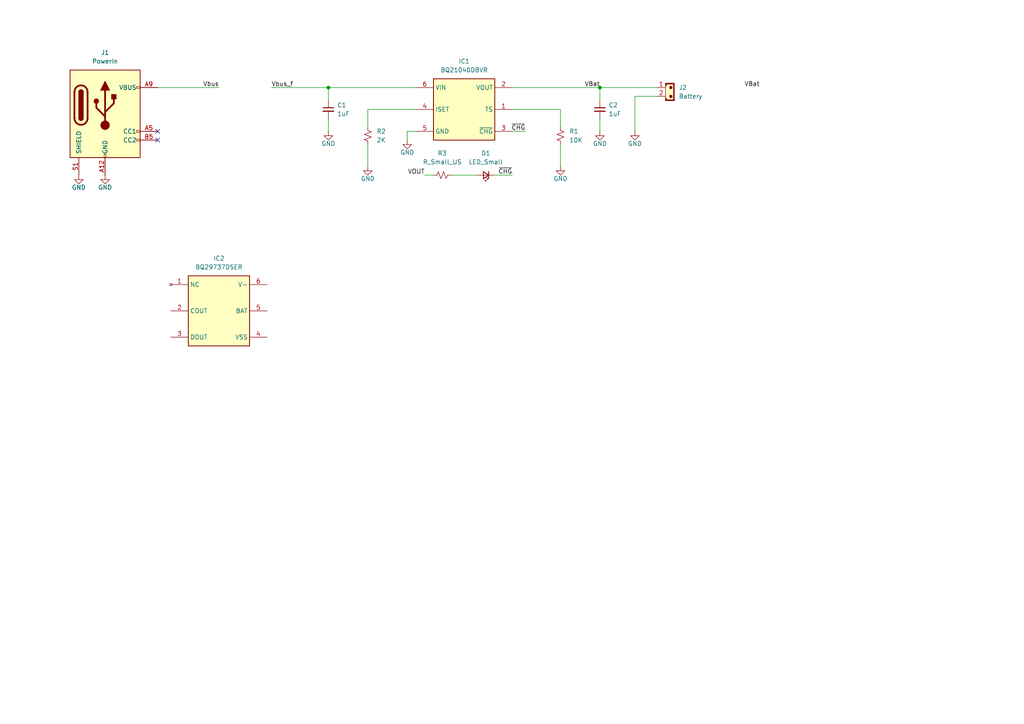
<source format=kicad_sch>
(kicad_sch (version 20250114) (generator "eeschema") (generator_version "9.0")
  (paper "A4")
  (lib_symbols
    (symbol "Connector:USB_C_Receptacle_PowerOnly_6P" (pin_names (offset 1.016))
      (property "Reference" "J" (at 0 16.51 0))
      (property "Value" "USB_C_Receptacle_PowerOnly_6P" (at 0 13.97 0))
      (symbol "USB_C_Receptacle_PowerOnly_6P_0_0"
        (rectangle (start -0.254 -12.7) (end 0.254 -11.684))
        (rectangle (start 10.16 7.874) (end 9.144 7.366))
        (rectangle (start 10.16 -4.826) (end 9.144 -5.334))
        (rectangle (start 10.16 -7.366) (end 9.144 -7.874))
      )
      (symbol "USB_C_Receptacle_PowerOnly_6P_0_1"
        (rectangle (start -10.16 12.7) (end 10.16 -12.7) (stroke (width 0.254)) (fill (type background)))
        (polyline (pts (xy -8.89 -1.27) (xy -8.89 6.35)) (stroke (width 0.508)))
        (rectangle (start -7.62 -1.27) (end -6.35 6.35) (stroke (width 0.254)) (fill (type outline)))
        (arc (start -7.62 6.35) (mid -6.985 6.9823) (end -6.35 6.35) (stroke (width 0.254)))
        (arc (start -7.62 6.35) (mid -6.985 6.9823) (end -6.35 6.35) (stroke (width 0.254)) (fill (type outline)))
        (arc (start -8.89 6.35) (mid -6.985 8.2467) (end -5.08 6.35) (stroke (width 0.508)))
        (arc (start -5.08 -1.27) (mid -6.985 -3.1667) (end -8.89 -1.27) (stroke (width 0.508)))
        (arc (start -6.35 -1.27) (mid -6.985 -1.9023) (end -7.62 -1.27) (stroke (width 0.254)))
        (arc (start -6.35 -1.27) (mid -6.985 -1.9023) (end -7.62 -1.27) (stroke (width 0.254)) (fill (type outline)))
        (polyline (pts (xy -5.08 6.35) (xy -5.08 -1.27)) (stroke (width 0.508)))
        (circle (center -2.54 3.683) (radius 0.635) (stroke (width 0.254)) (fill (type outline)))
        (polyline (pts (xy -1.27 6.858) (xy 0 9.398) (xy 1.27 6.858) (xy -1.27 6.858)) (stroke (width 0.254)) (fill (type outline)))
        (polyline (pts (xy 0 0.508) (xy 2.54 3.048) (xy 2.54 4.318)) (stroke (width 0.508)))
        (polyline (pts (xy 0 -0.762) (xy -2.54 1.778) (xy -2.54 3.048)) (stroke (width 0.508)))
        (polyline (pts (xy 0 -3.302) (xy 0 6.858)) (stroke (width 0.508)))
        (circle (center 0 -3.302) (radius 1.27) (fill (type outline)))
        (rectangle (start 1.905 4.318) (end 3.175 5.588) (stroke (width 0.254)) (fill (type outline)))
      )
      (symbol "USB_C_Receptacle_PowerOnly_6P_1_1"
        (pin passive line (at -7.62 -17.78 90) (length 5.08) (name "SHIELD") (number "S1"))
        (pin passive line (at 0 -17.78 90) (length 5.08) (name "GND") (number "A12"))
        (pin passive line (at 0 -17.78 90) (length 5.08) (hide yes) (name "GND") (number "B12"))
        (pin passive line (at 15.24 7.62 180) (length 5.08) (name "VBUS") (number "A9"))
        (pin passive line (at 15.24 7.62 180) (length 5.08) (hide yes) (name "VBUS") (number "B9"))
        (pin bidirectional line (at 15.24 -5.08 180) (length 5.08) (name "CC1") (number "A5"))
        (pin bidirectional line (at 15.24 -7.62 180) (length 5.08) (name "CC2") (number "B5"))
      )
    )
    (symbol "Device:C_Small" (pin_numbers (hide yes)) (pin_names (offset 0.254) (hide yes))
      (property "Reference" "C" (at 0.254 1.778 0))
      (property "Value" "C_Small" (at 0.254 -2.032 0))
      (symbol "C_Small_0_1"
        (polyline (pts (xy -1.524 0.508) (xy 1.524 0.508)) (stroke (width 0.3048)))
        (polyline (pts (xy -1.524 -0.508) (xy 1.524 -0.508)) (stroke (width 0.3302)))
      )
      (symbol "C_Small_1_1"
        (pin passive line (at 0 2.54 270) (length 2.032) (name "~") (number "1"))
        (pin passive line (at 0 -2.54 90) (length 2.032) (name "~") (number "2"))
      )
    )
    (symbol "Device:LED_Small" (pin_numbers (hide yes)) (pin_names (offset 0.254) (hide yes))
      (property "Reference" "D" (at -1.27 3.175 0))
      (property "Value" "LED_Small" (at -4.445 -2.54 0))
      (symbol "LED_Small_0_1"
        (polyline (pts (xy -0.762 -1.016) (xy -0.762 1.016)) (stroke (width 0.254)))
        (polyline (pts (xy 0 0.762) (xy -0.508 1.27) (xy -0.254 1.27) (xy -0.508 1.27) (xy -0.508 1.016)))
        (polyline (pts (xy 0.508 1.27) (xy 0 1.778) (xy 0.254 1.778) (xy 0 1.778) (xy 0 1.524)))
        (polyline (pts (xy 0.762 -1.016) (xy -0.762 0) (xy 0.762 1.016) (xy 0.762 -1.016)) (stroke (width 0.254)))
        (polyline (pts (xy 1.016 0) (xy -0.762 0)))
      )
      (symbol "LED_Small_1_1"
        (pin passive line (at -2.54 0 0) (length 1.778) (name "K") (number "1"))
        (pin passive line (at 2.54 0 180) (length 1.778) (name "A") (number "2"))
      )
    )
    (symbol "Device:R_Small_US" (pin_numbers (hide yes)) (pin_names (offset 0.254) (hide yes))
      (property "Reference" "R" (at 0.762 0.508 0))
      (property "Value" "R_Small_US" (at 0.762 -1.016 0))
      (symbol "R_Small_US_1_1"
        (polyline (pts (xy 0 1.524) (xy 1.016 1.143) (xy 0 0.762) (xy -1.016 0.381) (xy 0 0)))
        (polyline (pts (xy 0 0) (xy 1.016 -0.381) (xy 0 -0.762) (xy -1.016 -1.143) (xy 0 -1.524)))
        (pin passive line (at 0 2.54 270) (length 1.016) (name "~") (number "1"))
        (pin passive line (at 0 -2.54 90) (length 1.016) (name "~") (number "2"))
      )
    )
    (symbol "PCM_SL_Connectors:JST_02"
      (property "Reference" "J" (at 0 7.62 0))
      (property "Value" "JST_02" (at 0 5.08 0))
      (symbol "JST_02_0_1"
        (rectangle (start -1.27 2.54) (end 1.27 -2.54) (fill (type background)))
        (polyline (pts (xy -1.27 -1.778) (xy -1.27 -2.54) (xy 1.27 -2.54) (xy 1.27 -1.778) (xy 1.016 -1.778) (xy 1.016 -2.286) (xy -1.016 -2.286) (xy -1.016 -1.778) (xy -1.27 -1.778)) (fill (type outline)))
        (circle (center 0.254 1.27) (radius 0.381) (fill (type outline)))
        (circle (center 0.254 -1.27) (radius 0.381) (fill (type outline)))
        (rectangle (start 1.016 1.778) (end 1.27 -1.778) (fill (type outline)))
        (polyline (pts (xy 1.27 1.778) (xy 1.27 2.54) (xy -1.27 2.54) (xy -1.27 1.778) (xy -1.016 1.778) (xy -1.016 2.286) (xy 1.016 2.286) (xy 1.016 1.778) (xy 1.27 1.778)) (fill (type outline)))
      )
      (symbol "JST_02_1_1"
        (pin passive line (at -3.81 1.27 0) (length 2.54) (name "") (number "1"))
        (pin passive line (at -3.81 -1.27 0) (length 2.54) (name "") (number "2"))
      )
    )
    (symbol "SamacSys_Parts:BQ21040DBVR"
      (property "Reference" "IC" (at -8.89 13.208 0))
      (property "Value" "BQ21040DBVR" (at -8.89 10.668 0))
      (symbol "BQ21040DBVR_1_1"
        (rectangle (start -8.89 8.89) (end 8.89 -8.89) (stroke (width 0.254)) (fill (type background)))
        (pin input line (at -13.97 6.35 0) (length 5.08) (name "VIN") (number "6"))
        (pin input line (at -13.97 0 0) (length 5.08) (name "ISET") (number "4"))
        (pin power_in line (at -13.97 -6.35 0) (length 5.08) (name "GND") (number "5"))
        (pin output line (at 13.97 6.35 180) (length 5.08) (name "VOUT") (number "2"))
        (pin input line (at 13.97 0 180) (length 5.08) (name "TS") (number "1"))
        (pin output line (at 13.97 -6.35 180) (length 5.08) (name "~{CHG}") (number "3"))
      )
    )
    (symbol "SamacSys_Parts:BQ29737DSER"
      (property "Reference" "IC" (at -9.144 14.732 0))
      (property "Value" "BQ29737DSER" (at -9.144 12.192 0))
      (symbol "BQ29737DSER_1_1"
        (rectangle (start -8.89 10.16) (end 8.89 -10.16) (stroke (width 0.254)) (fill (type background)))
        (pin no_connect line (at -13.97 7.62 0) (length 5.08) (name "NC") (number "1"))
        (pin passive line (at -13.97 0 0) (length 5.08) (name "COUT") (number "2"))
        (pin passive line (at -13.97 -7.62 0) (length 5.08) (name "DOUT") (number "3"))
        (pin passive line (at 13.97 7.62 180) (length 5.08) (name "V-") (number "6"))
        (pin passive line (at 13.97 0 180) (length 5.08) (name "BAT") (number "5"))
        (pin passive line (at 13.97 -7.62 180) (length 5.08) (name "VSS") (number "4"))
      )
    )
    (symbol "power:GND" (power) (pin_numbers (hide yes)) (pin_names (offset 0) (hide yes))
      (property "Value" "GND" (at 0 -3.81 0))
      (symbol "GND_0_1"
        (polyline (pts (xy 0 0) (xy 0 -1.27) (xy 1.27 -1.27) (xy 0 -2.54) (xy -1.27 -1.27) (xy 0 -1.27)))
      )
      (symbol "GND_1_1"
        (pin power_in line (at 0 0 270) (length 0) (name "~") (number "1"))
      )
    )
  )
  (junction (at 95.25 25.4))
  (junction (at 173.99 25.4))
  (no_connect (at 45.72 38.1))
  (no_connect (at 45.72 40.64))
  (wire (pts (xy 130.81 50.8) (xy 138.43 50.8)))
  (wire (pts (xy 143.51 50.8) (xy 148.59 50.8)))
  (wire (pts (xy 190.5 27.94) (xy 184.15 27.94)))
  (wire (pts (xy 95.25 34.29) (xy 95.25 38.1)))
  (wire (pts (xy 95.25 25.4) (xy 95.25 29.21)))
  (wire (pts (xy 162.56 41.91) (xy 162.56 48.26)))
  (wire (pts (xy 173.99 25.4) (xy 173.99 29.21)))
  (wire (pts (xy 173.99 34.29) (xy 173.99 38.1)))
  (wire (pts (xy 106.68 41.91) (xy 106.68 48.26)))
  (wire (pts (xy 118.11 38.1) (xy 118.11 40.64)))
  (wire (pts (xy 106.68 31.75) (xy 106.68 36.83)))
  (wire (pts (xy 95.25 25.4) (xy 120.65 25.4)))
  (wire (pts (xy 123.19 50.8) (xy 125.73 50.8)))
  (wire (pts (xy 173.99 25.4) (xy 190.5 25.4)))
  (wire (pts (xy 184.15 27.94) (xy 184.15 38.1)))
  (wire (pts (xy 120.65 38.1) (xy 118.11 38.1)))
  (wire (pts (xy 45.72 25.4) (xy 63.5 25.4)))
  (wire (pts (xy 120.65 31.75) (xy 106.68 31.75)))
  (wire (pts (xy 148.59 25.4) (xy 173.99 25.4)))
  (wire (pts (xy 162.56 31.75) (xy 162.56 36.83)))
  (wire (pts (xy 148.59 31.75) (xy 162.56 31.75)))
  (wire (pts (xy 78.74 25.4) (xy 95.25 25.4)))
  (wire (pts (xy 148.59 38.1) (xy 152.4 38.1)))
  (label "~{CHG}" (at 148.59 50.8 180))
  (label "VBat" (at 173.99 25.4 180))
  (label "VBat" (at 215.9 25.4 0))
  (label "VOUT" (at 123.19 50.8 180))
  (label "Vbus" (at 63.5 25.4 180))
  (label "~{CHG}" (at 152.4 38.1 180))
  (label "Vbus_f" (at 78.74 25.4 0))
  (symbol (lib_id "power:GND") (at 95.25 38.1 0) (unit 1)
    (property "Reference" "#PWR06" (effects (hide yes)))
    (property "Value" "GND" (at 95.25 41.656 0))
    (property "Description" "Power symbol creates a global label with name \"GND\" , ground" (effects (hide yes)))
  )
  (symbol (lib_id "SamacSys_Parts:BQ21040DBVR") (at 134.62 31.75 0) (unit 1)
    (property "Reference" "IC1" (at 134.62 17.78 0))
    (property "Value" "BQ21040DBVR" (at 134.62 20.32 0))
    (property "Footprint" "SOT95P280X145-6N" (effects (hide yes)))
    (property "Datasheet" "http://www.ti.com/lit/gpn/bq21040" (effects (hide yes)))
    (property "Description" "0.8A Single Input Single-Cell Li-Ion and Li-Pol Battery Charger" (effects (hide yes)))
    (property "Height" "1.45" (effects (hide yes)))
    (property "Manufacturer_Name" "Texas Instruments" (effects (hide yes)))
    (property "Manufacturer_Part_Number" "BQ21040DBVR" (effects (hide yes)))
    (property "Mouser Part Number" "595-BQ21040DBVR" (effects (hide yes)))
    (property "Mouser Price/Stock" "https://www.mouser.co.uk/ProductDetail/Texas-Instruments/BQ21040DBVR?qs=cttFivMKqWyovUuY6Xwwcw%3D%3D" (effects (hide yes)))
    (property "Arrow Part Number" "BQ21040DBVR" (effects (hide yes)))
    (property "Arrow Price/Stock" "https://www.arrow.com/en/products/bq21040dbvr/texas-instruments?utm_currency=USD&region=nac" (effects (hide yes)))
  )
  (symbol (lib_id "power:GND") (at 30.48 50.8 0) (unit 1)
    (property "Reference" "#PWR02" (effects (hide yes)))
    (property "Value" "GND" (at 30.48 54.356 0))
    (property "Description" "Power symbol creates a global label with name \"GND\" , ground" (effects (hide yes)))
  )
  (symbol (lib_id "Device:C_Small") (at 95.25 31.75 0) (unit 1)
    (property "Reference" "C1" (at 97.79 30.4862 0) (effects (justify left)))
    (property "Value" "1uF" (at 97.79 33.0262 0) (effects (justify left)))
    (property "Description" "Unpolarized capacitor, small symbol" (effects (hide yes)))
  )
  (symbol (lib_id "power:GND") (at 106.68 48.26 0) (unit 1)
    (property "Reference" "#PWR03" (effects (hide yes)))
    (property "Value" "GND" (at 106.68 51.816 0))
    (property "Description" "Power symbol creates a global label with name \"GND\" , ground" (effects (hide yes)))
  )
  (symbol (lib_id "power:GND") (at 118.11 40.64 0) (unit 1)
    (property "Reference" "#PWR04" (effects (hide yes)))
    (property "Value" "GND" (at 118.11 44.196 0))
    (property "Description" "Power symbol creates a global label with name \"GND\" , ground" (effects (hide yes)))
  )
  (symbol (lib_id "Device:R_Small_US") (at 162.56 39.37 0) (unit 1)
    (property "Reference" "R1" (at 165.1 38.0999 0) (effects (justify left)))
    (property "Value" "10K" (at 165.1 40.6399 0) (effects (justify left)))
    (property "Description" "Resistor, small US symbol" (effects (hide yes)))
  )
  (symbol (lib_id "Device:R_Small_US") (at 106.68 39.37 0) (unit 1)
    (property "Reference" "R2" (at 109.22 38.0999 0) (effects (justify left)))
    (property "Value" "2K" (at 109.22 40.6399 0) (effects (justify left)))
    (property "Description" "Resistor, small US symbol" (effects (hide yes)))
  )
  (symbol (lib_id "power:GND") (at 22.86 50.8 0) (unit 1)
    (property "Reference" "#PWR01" (effects (hide yes)))
    (property "Value" "GND" (at 22.86 54.356 0))
    (property "Description" "Power symbol creates a global label with name \"GND\" , ground" (effects (hide yes)))
  )
  (symbol (lib_id "power:GND") (at 162.56 48.26 0) (unit 1)
    (property "Reference" "#PWR05" (effects (hide yes)))
    (property "Value" "GND" (at 162.56 51.816 0))
    (property "Description" "Power symbol creates a global label with name \"GND\" , ground" (effects (hide yes)))
  )
  (symbol (lib_id "Device:R_Small_US") (at 128.27 50.8 90) (unit 1)
    (property "Reference" "R3" (at 128.27 44.45 90))
    (property "Value" "R_Small_US" (at 128.27 46.99 90))
    (property "Description" "Resistor, small US symbol" (effects (hide yes)))
  )
  (symbol (lib_id "Device:C_Small") (at 173.99 31.75 0) (unit 1)
    (property "Reference" "C2" (at 176.53 30.4862 0) (effects (justify left)))
    (property "Value" "1uF" (at 176.53 33.0262 0) (effects (justify left)))
    (property "Description" "Unpolarized capacitor, small symbol" (effects (hide yes)))
  )
  (symbol (lib_id "Device:LED_Small") (at 140.97 50.8 180) (unit 1)
    (property "Reference" "D1" (at 140.9065 44.45 0))
    (property "Value" "LED_Small" (at 140.9065 46.99 0))
    (property "Description" "Light emitting diode, small symbol" (effects (hide yes)))
    (property "Sim.Pin" "1=K 2=A" (effects (hide yes)))
  )
  (symbol (lib_id "power:GND") (at 184.15 38.1 0) (unit 1)
    (property "Reference" "#PWR08" (effects (hide yes)))
    (property "Value" "GND" (at 184.15 41.656 0))
    (property "Description" "Power symbol creates a global label with name \"GND\" , ground" (effects (hide yes)))
  )
  (symbol (lib_id "PCM_SL_Connectors:JST_02") (at 194.31 26.67 0) (unit 1)
    (property "Reference" "J2" (at 196.85 25.3999 0) (effects (justify left)))
    (property "Value" "Battery" (at 196.85 27.9399 0) (effects (justify left)))
    (property "Footprint" "Connector_JST:JST_EH_B2B-EH-A_1x02_P2.50mm_Vertical" (effects (hide yes)))
    (property "Description" "JST Connector  2 pins" (effects (hide yes)))
  )
  (symbol (lib_id "SamacSys_Parts:BQ29737DSER") (at 63.5 90.17 0) (unit 1)
    (property "Reference" "IC2" (at 63.5 74.93 0))
    (property "Value" "BQ29737DSER" (at 63.5 77.47 0))
    (property "Footprint" "SON50P150X150X80-6N" (effects (hide yes)))
    (property "Datasheet" "https://www.ti.com/lit/ds/symlink/bq2972.pdf?ts=1625419709775&ref_url=https%253A%252F%252Fwww.ti.com%252Fstore%252Fti%252Fen%252Fp%252Fproduct%252F%253Fp%253DBQ29728DSER" (effects (hide yes)))
    (property "Description" "Battery Management Lithium-ion / lithium-polymer advanced single-cell battery protector 6-WSON -40 to 85" (effects (hide yes)))
    (property "Height" "0.8" (effects (hide yes)))
    (property "Manufacturer_Name" "Texas Instruments" (effects (hide yes)))
    (property "Manufacturer_Part_Number" "BQ29737DSER" (effects (hide yes)))
    (property "Mouser Part Number" "595-BQ29737DSER" (effects (hide yes)))
    (property "Mouser Price/Stock" "https://www.mouser.co.uk/ProductDetail/Texas-Instruments/BQ29737DSER?qs=QNEnbhJQKvZFYvtkppP%2FHQ%3D%3D" (effects (hide yes)))
    (property "Arrow Part Number" "BQ29737DSER" (effects (hide yes)))
    (property "Arrow Price/Stock" "https://www.arrow.com/en/products/bq29737dser/texas-instruments?utm_currency=USD&region=nac" (effects (hide yes)))
  )
  (symbol (lib_id "power:GND") (at 173.99 38.1 0) (unit 1)
    (property "Reference" "#PWR07" (effects (hide yes)))
    (property "Value" "GND" (at 173.99 41.656 0))
    (property "Description" "Power symbol creates a global label with name \"GND\" , ground" (effects (hide yes)))
  )
  (symbol (lib_id "Connector:USB_C_Receptacle_PowerOnly_6P") (at 30.48 33.02 0) (unit 1)
    (property "Reference" "J1" (at 30.48 15.24 0))
    (property "Value" "PowerIn" (at 30.48 17.78 0))
    (property "Datasheet" "https://www.usb.org/sites/default/files/documents/usb_type-c.zip" (effects (hide yes)))
    (property "Description" "USB Power-Only 6P Type-C Receptacle connector" (effects (hide yes)))
  )
)
</source>
